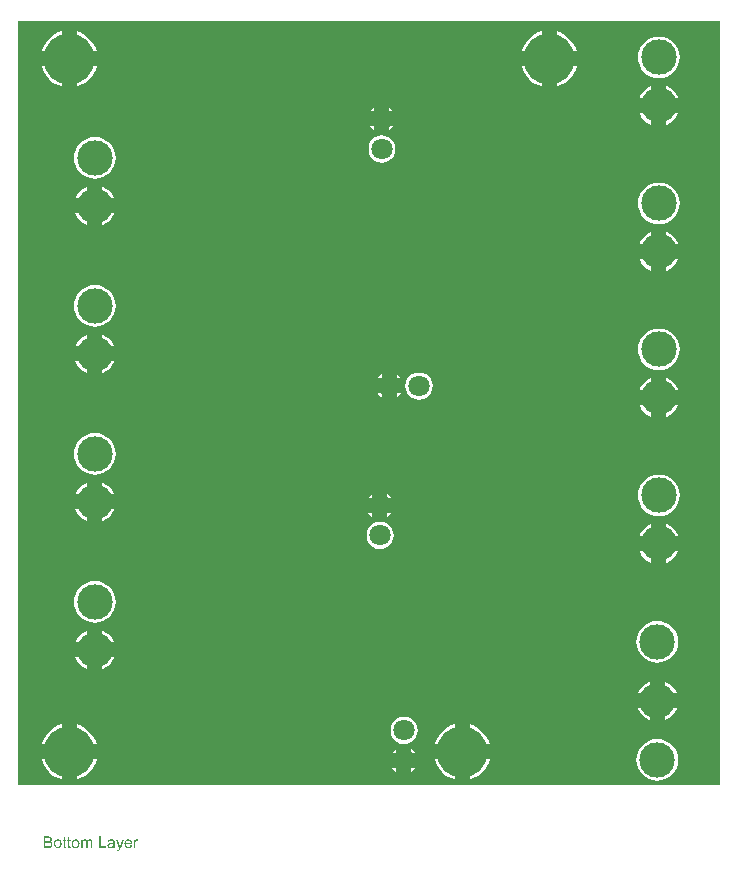
<source format=gbl>
G04*
G04 #@! TF.GenerationSoftware,Altium Limited,Altium Designer,19.0.10 (269)*
G04*
G04 Layer_Physical_Order=2*
G04 Layer_Color=16711680*
%FSLAX25Y25*%
%MOIN*%
G70*
G01*
G75*
%ADD12C,0.01000*%
%ADD36C,0.02000*%
%ADD37C,0.07087*%
%ADD38C,0.11811*%
%ADD39C,0.16929*%
%ADD40C,0.05000*%
G36*
X349500Y196500D02*
X115260Y196500D01*
X115260Y451240D01*
X349500Y451240D01*
X349500Y196500D01*
D02*
G37*
G36*
X155079Y178337D02*
X155102Y178334D01*
X155127Y178331D01*
X155154Y178325D01*
X155187Y178320D01*
X155223Y178312D01*
X155262Y178303D01*
X155343Y178276D01*
X155387Y178259D01*
X155431Y178237D01*
X155475Y178215D01*
X155523Y178187D01*
X155356Y177752D01*
X155354D01*
X155348Y177758D01*
X155340Y177760D01*
X155326Y177769D01*
X155312Y177774D01*
X155293Y177782D01*
X155248Y177802D01*
X155199Y177821D01*
X155140Y177835D01*
X155077Y177846D01*
X155013Y177852D01*
X154988D01*
X154957Y177846D01*
X154921Y177841D01*
X154880Y177830D01*
X154833Y177813D01*
X154786Y177788D01*
X154739Y177758D01*
X154733Y177752D01*
X154719Y177741D01*
X154697Y177719D01*
X154672Y177691D01*
X154642Y177655D01*
X154614Y177611D01*
X154586Y177558D01*
X154564Y177500D01*
Y177497D01*
X154561Y177489D01*
X154556Y177475D01*
X154553Y177456D01*
X154548Y177434D01*
X154539Y177406D01*
X154534Y177373D01*
X154525Y177339D01*
X154517Y177298D01*
X154512Y177256D01*
X154506Y177212D01*
X154498Y177165D01*
X154489Y177062D01*
X154487Y176952D01*
Y175500D01*
X154016D01*
Y178278D01*
X154439D01*
Y177852D01*
X154442Y177855D01*
X154448Y177866D01*
X154456Y177879D01*
X154467Y177899D01*
X154481Y177924D01*
X154498Y177952D01*
X154536Y178012D01*
X154584Y178076D01*
X154633Y178143D01*
X154658Y178170D01*
X154683Y178198D01*
X154711Y178223D01*
X154736Y178242D01*
X154739D01*
X154742Y178248D01*
X154750Y178251D01*
X154761Y178259D01*
X154789Y178273D01*
X154825Y178292D01*
X154872Y178309D01*
X154921Y178325D01*
X154977Y178337D01*
X155038Y178339D01*
X155063D01*
X155079Y178337D01*
D02*
G37*
G36*
X139407Y178337D02*
X139437D01*
X139471Y178331D01*
X139509Y178328D01*
X139553Y178320D01*
X139603Y178312D01*
X139653Y178298D01*
X139703Y178284D01*
X139756Y178264D01*
X139811Y178242D01*
X139861Y178217D01*
X139911Y178184D01*
X139958Y178151D01*
X140002Y178109D01*
X140005Y178107D01*
X140013Y178098D01*
X140024Y178084D01*
X140038Y178065D01*
X140055Y178043D01*
X140074Y178012D01*
X140094Y177976D01*
X140116Y177935D01*
X140135Y177888D01*
X140155Y177838D01*
X140174Y177780D01*
X140191Y177716D01*
X140207Y177647D01*
X140218Y177572D01*
X140224Y177492D01*
X140227Y177406D01*
Y175500D01*
X139756D01*
Y177248D01*
Y177251D01*
Y177262D01*
Y177276D01*
Y177295D01*
Y177317D01*
X139753Y177345D01*
X139750Y177406D01*
X139745Y177472D01*
X139736Y177539D01*
X139725Y177602D01*
X139717Y177630D01*
X139709Y177655D01*
Y177658D01*
X139706Y177661D01*
X139700Y177674D01*
X139689Y177699D01*
X139673Y177727D01*
X139648Y177758D01*
X139620Y177791D01*
X139584Y177824D01*
X139542Y177855D01*
X139537Y177857D01*
X139520Y177866D01*
X139495Y177879D01*
X139462Y177893D01*
X139421Y177907D01*
X139374Y177921D01*
X139318Y177929D01*
X139260Y177932D01*
X139232D01*
X139213Y177929D01*
X139188Y177927D01*
X139157Y177921D01*
X139124Y177915D01*
X139091Y177907D01*
X139052Y177896D01*
X139013Y177885D01*
X138975Y177868D01*
X138933Y177849D01*
X138891Y177827D01*
X138853Y177799D01*
X138814Y177771D01*
X138775Y177735D01*
X138772Y177733D01*
X138767Y177727D01*
X138759Y177716D01*
X138745Y177699D01*
X138731Y177677D01*
X138714Y177652D01*
X138698Y177622D01*
X138678Y177586D01*
X138662Y177544D01*
X138642Y177497D01*
X138626Y177447D01*
X138612Y177392D01*
X138598Y177328D01*
X138590Y177262D01*
X138584Y177190D01*
X138581Y177112D01*
Y175500D01*
X138110D01*
Y177303D01*
Y177306D01*
Y177317D01*
Y177334D01*
X138108Y177356D01*
Y177381D01*
X138105Y177411D01*
X138102Y177445D01*
X138096Y177480D01*
X138083Y177555D01*
X138060Y177633D01*
X138033Y177708D01*
X138013Y177744D01*
X137994Y177774D01*
Y177777D01*
X137988Y177780D01*
X137983Y177788D01*
X137972Y177799D01*
X137961Y177810D01*
X137944Y177824D01*
X137925Y177838D01*
X137905Y177855D01*
X137881Y177868D01*
X137853Y177882D01*
X137822Y177896D01*
X137786Y177907D01*
X137750Y177918D01*
X137709Y177927D01*
X137664Y177929D01*
X137617Y177932D01*
X137598D01*
X137584Y177929D01*
X137567D01*
X137545Y177927D01*
X137498Y177918D01*
X137443Y177907D01*
X137379Y177888D01*
X137315Y177863D01*
X137252Y177827D01*
X137249D01*
X137243Y177821D01*
X137235Y177816D01*
X137224Y177807D01*
X137194Y177782D01*
X137157Y177749D01*
X137116Y177705D01*
X137077Y177652D01*
X137038Y177591D01*
X137005Y177519D01*
Y177517D01*
X137002Y177511D01*
X137000Y177497D01*
X136994Y177483D01*
X136988Y177461D01*
X136980Y177436D01*
X136975Y177406D01*
X136969Y177373D01*
X136961Y177334D01*
X136955Y177289D01*
X136947Y177242D01*
X136941Y177190D01*
X136939Y177134D01*
X136933Y177073D01*
X136930Y177010D01*
Y176940D01*
Y175500D01*
X136460D01*
Y178278D01*
X136881D01*
Y177885D01*
X136883Y177888D01*
X136886Y177893D01*
X136894Y177904D01*
X136905Y177918D01*
X136916Y177938D01*
X136933Y177957D01*
X136972Y178004D01*
X137022Y178057D01*
X137083Y178109D01*
X137149Y178165D01*
X137227Y178215D01*
X137230Y178217D01*
X137238Y178220D01*
X137249Y178226D01*
X137266Y178234D01*
X137285Y178242D01*
X137310Y178253D01*
X137340Y178264D01*
X137371Y178278D01*
X137407Y178289D01*
X137443Y178300D01*
X137484Y178312D01*
X137529Y178320D01*
X137623Y178334D01*
X137673Y178339D01*
X137753D01*
X137775Y178337D01*
X137800D01*
X137831Y178334D01*
X137867Y178328D01*
X137903Y178323D01*
X137983Y178309D01*
X138066Y178284D01*
X138152Y178253D01*
X138191Y178231D01*
X138230Y178209D01*
X138232Y178206D01*
X138238Y178203D01*
X138249Y178195D01*
X138263Y178187D01*
X138277Y178173D01*
X138296Y178156D01*
X138338Y178118D01*
X138385Y178065D01*
X138429Y178004D01*
X138470Y177932D01*
X138506Y177852D01*
Y177855D01*
X138509Y177857D01*
X138523Y177874D01*
X138540Y177896D01*
X138567Y177929D01*
X138601Y177965D01*
X138639Y178007D01*
X138687Y178051D01*
X138739Y178095D01*
X138797Y178140D01*
X138864Y178184D01*
X138933Y178226D01*
X139011Y178264D01*
X139091Y178295D01*
X139180Y178317D01*
X139271Y178334D01*
X139318Y178339D01*
X139387D01*
X139407Y178337D01*
D02*
G37*
G36*
X149584Y175453D02*
X149581Y175447D01*
X149575Y175434D01*
X149567Y175409D01*
X149556Y175378D01*
X149542Y175342D01*
X149525Y175301D01*
X149506Y175253D01*
X149487Y175204D01*
X149445Y175098D01*
X149401Y174996D01*
X149379Y174946D01*
X149359Y174902D01*
X149340Y174860D01*
X149321Y174824D01*
Y174821D01*
X149315Y174813D01*
X149307Y174802D01*
X149298Y174785D01*
X149287Y174769D01*
X149274Y174747D01*
X149238Y174697D01*
X149196Y174641D01*
X149146Y174586D01*
X149091Y174530D01*
X149063Y174508D01*
X149032Y174486D01*
X149030D01*
X149024Y174481D01*
X149016Y174475D01*
X149005Y174470D01*
X148988Y174461D01*
X148969Y174450D01*
X148947Y174442D01*
X148922Y174431D01*
X148866Y174411D01*
X148800Y174392D01*
X148725Y174381D01*
X148645Y174375D01*
X148620D01*
X148592Y174378D01*
X148556Y174384D01*
X148512Y174389D01*
X148459Y174400D01*
X148404Y174414D01*
X148343Y174434D01*
X148290Y174877D01*
X148293D01*
X148296Y174874D01*
X148304D01*
X148315Y174871D01*
X148345Y174863D01*
X148381Y174855D01*
X148423Y174846D01*
X148467Y174841D01*
X148514Y174835D01*
X148559Y174832D01*
X148584D01*
X148614Y174835D01*
X148647Y174838D01*
X148689Y174846D01*
X148731Y174855D01*
X148769Y174868D01*
X148808Y174885D01*
X148814Y174888D01*
X148825Y174896D01*
X148841Y174907D01*
X148863Y174924D01*
X148888Y174943D01*
X148913Y174968D01*
X148938Y174999D01*
X148963Y175032D01*
X148966Y175035D01*
X148972Y175048D01*
X148977Y175057D01*
X148983Y175071D01*
X148988Y175084D01*
X148996Y175104D01*
X149008Y175123D01*
X149019Y175148D01*
X149030Y175179D01*
X149041Y175212D01*
X149055Y175248D01*
X149071Y175289D01*
X149088Y175334D01*
X149104Y175384D01*
Y175386D01*
X149107Y175392D01*
X149110Y175400D01*
X149116Y175411D01*
X149121Y175428D01*
X149129Y175447D01*
X149138Y175472D01*
X149149Y175497D01*
X148096Y178278D01*
X148598D01*
X149177Y176669D01*
Y176666D01*
X149182Y176655D01*
X149188Y176638D01*
X149196Y176616D01*
X149207Y176589D01*
X149218Y176555D01*
X149229Y176517D01*
X149246Y176475D01*
X149260Y176428D01*
X149276Y176378D01*
X149293Y176326D01*
X149310Y176270D01*
X149346Y176151D01*
X149379Y176026D01*
Y176029D01*
X149381Y176040D01*
X149387Y176057D01*
X149393Y176082D01*
X149401Y176109D01*
X149412Y176145D01*
X149423Y176184D01*
X149434Y176226D01*
X149448Y176273D01*
X149465Y176323D01*
X149498Y176428D01*
X149534Y176541D01*
X149575Y176658D01*
X150171Y178278D01*
X150639D01*
X149584Y175453D01*
D02*
G37*
G36*
X146648Y178337D02*
X146684Y178334D01*
X146722Y178331D01*
X146764Y178328D01*
X146855Y178317D01*
X146952Y178303D01*
X147046Y178281D01*
X147093Y178267D01*
X147135Y178253D01*
X147138D01*
X147146Y178251D01*
X147157Y178245D01*
X147171Y178240D01*
X147190Y178231D01*
X147210Y178220D01*
X147260Y178195D01*
X147312Y178165D01*
X147368Y178129D01*
X147418Y178090D01*
X147462Y178043D01*
Y178040D01*
X147467Y178037D01*
X147473Y178029D01*
X147478Y178021D01*
X147498Y177993D01*
X147520Y177954D01*
X147545Y177907D01*
X147567Y177855D01*
X147589Y177791D01*
X147609Y177722D01*
Y177716D01*
X147611Y177708D01*
Y177699D01*
X147614Y177685D01*
X147617Y177666D01*
X147620Y177647D01*
X147623Y177622D01*
Y177594D01*
X147625Y177564D01*
X147628Y177528D01*
X147631Y177489D01*
Y177445D01*
X147634Y177398D01*
Y177345D01*
Y177289D01*
Y176663D01*
Y176661D01*
Y176655D01*
Y176647D01*
Y176636D01*
Y176619D01*
Y176602D01*
Y176558D01*
Y176505D01*
X147636Y176447D01*
Y176381D01*
Y176314D01*
X147639Y176173D01*
X147642Y176104D01*
X147645Y176035D01*
X147648Y175974D01*
X147653Y175918D01*
X147656Y175871D01*
X147659Y175849D01*
X147661Y175832D01*
Y175830D01*
X147664Y175824D01*
Y175816D01*
X147667Y175802D01*
X147672Y175788D01*
X147675Y175769D01*
X147689Y175724D01*
X147706Y175674D01*
X147725Y175619D01*
X147753Y175561D01*
X147783Y175500D01*
X147293D01*
Y175503D01*
X147290Y175505D01*
X147285Y175514D01*
X147282Y175525D01*
X147274Y175539D01*
X147268Y175558D01*
X147251Y175597D01*
X147235Y175650D01*
X147218Y175708D01*
X147207Y175771D01*
X147196Y175844D01*
X147193Y175841D01*
X147185Y175832D01*
X147171Y175821D01*
X147152Y175807D01*
X147127Y175788D01*
X147099Y175769D01*
X147069Y175744D01*
X147035Y175719D01*
X146996Y175694D01*
X146958Y175669D01*
X146872Y175616D01*
X146783Y175566D01*
X146736Y175547D01*
X146692Y175528D01*
X146689D01*
X146681Y175525D01*
X146667Y175519D01*
X146650Y175514D01*
X146628Y175508D01*
X146600Y175500D01*
X146570Y175492D01*
X146537Y175483D01*
X146501Y175475D01*
X146459Y175467D01*
X146370Y175453D01*
X146276Y175442D01*
X146174Y175439D01*
X146154D01*
X146130Y175442D01*
X146099D01*
X146060Y175445D01*
X146016Y175450D01*
X145966Y175458D01*
X145914Y175467D01*
X145858Y175478D01*
X145803Y175495D01*
X145742Y175511D01*
X145684Y175533D01*
X145628Y175558D01*
X145570Y175589D01*
X145520Y175622D01*
X145470Y175661D01*
X145467Y175663D01*
X145459Y175672D01*
X145448Y175683D01*
X145431Y175702D01*
X145415Y175724D01*
X145393Y175749D01*
X145371Y175780D01*
X145348Y175816D01*
X145326Y175855D01*
X145304Y175899D01*
X145282Y175946D01*
X145265Y175996D01*
X145249Y176051D01*
X145238Y176107D01*
X145229Y176168D01*
X145227Y176231D01*
Y176234D01*
Y176240D01*
Y176251D01*
X145229Y176267D01*
Y176284D01*
X145232Y176306D01*
X145238Y176356D01*
X145249Y176411D01*
X145265Y176475D01*
X145287Y176539D01*
X145318Y176602D01*
Y176605D01*
X145324Y176611D01*
X145326Y176619D01*
X145334Y176630D01*
X145354Y176661D01*
X145382Y176699D01*
X145418Y176744D01*
X145459Y176788D01*
X145506Y176832D01*
X145559Y176874D01*
X145562D01*
X145567Y176880D01*
X145575Y176885D01*
X145587Y176891D01*
X145600Y176899D01*
X145617Y176910D01*
X145659Y176932D01*
X145709Y176957D01*
X145767Y176982D01*
X145830Y177007D01*
X145900Y177029D01*
X145902D01*
X145905Y177032D01*
X145914D01*
X145924Y177035D01*
X145941Y177037D01*
X145958Y177043D01*
X145980Y177046D01*
X146005Y177051D01*
X146033Y177057D01*
X146063Y177062D01*
X146096Y177068D01*
X146135Y177073D01*
X146177Y177079D01*
X146221Y177087D01*
X146268Y177093D01*
X146318Y177098D01*
X146323D01*
X146332Y177101D01*
X146343D01*
X146373Y177107D01*
X146412Y177109D01*
X146459Y177118D01*
X146512Y177126D01*
X146573Y177134D01*
X146636Y177145D01*
X146703Y177156D01*
X146772Y177167D01*
X146911Y177195D01*
X146980Y177212D01*
X147044Y177228D01*
X147102Y177245D01*
X147157Y177262D01*
Y177267D01*
Y177278D01*
Y177292D01*
X147160Y177312D01*
Y177353D01*
Y177370D01*
Y177384D01*
Y177386D01*
Y177398D01*
Y177411D01*
X147157Y177431D01*
Y177453D01*
X147152Y177480D01*
X147143Y177541D01*
X147127Y177608D01*
X147102Y177677D01*
X147088Y177708D01*
X147069Y177738D01*
X147049Y177763D01*
X147024Y177788D01*
X147021Y177791D01*
X147016Y177796D01*
X147005Y177802D01*
X146991Y177813D01*
X146972Y177824D01*
X146950Y177838D01*
X146922Y177855D01*
X146891Y177868D01*
X146855Y177882D01*
X146814Y177899D01*
X146772Y177913D01*
X146722Y177924D01*
X146670Y177935D01*
X146614Y177943D01*
X146553Y177946D01*
X146490Y177949D01*
X146459D01*
X146434Y177946D01*
X146406D01*
X146376Y177943D01*
X146340Y177938D01*
X146304Y177935D01*
X146224Y177921D01*
X146143Y177899D01*
X146066Y177868D01*
X146030Y177852D01*
X145999Y177830D01*
X145997D01*
X145994Y177824D01*
X145985Y177816D01*
X145974Y177807D01*
X145961Y177794D01*
X145947Y177777D01*
X145930Y177758D01*
X145911Y177735D01*
X145891Y177708D01*
X145872Y177677D01*
X145852Y177644D01*
X145836Y177608D01*
X145817Y177566D01*
X145797Y177522D01*
X145781Y177472D01*
X145767Y177420D01*
X145307Y177483D01*
Y177486D01*
X145310Y177497D01*
X145312Y177511D01*
X145318Y177533D01*
X145326Y177558D01*
X145334Y177586D01*
X145343Y177619D01*
X145357Y177652D01*
X145384Y177730D01*
X145420Y177807D01*
X145462Y177888D01*
X145512Y177960D01*
X145515Y177963D01*
X145517Y177968D01*
X145526Y177976D01*
X145539Y177990D01*
X145553Y178004D01*
X145573Y178024D01*
X145592Y178043D01*
X145617Y178062D01*
X145645Y178084D01*
X145678Y178109D01*
X145711Y178131D01*
X145747Y178154D01*
X145789Y178179D01*
X145830Y178201D01*
X145878Y178220D01*
X145927Y178240D01*
X145930D01*
X145938Y178245D01*
X145955Y178248D01*
X145974Y178256D01*
X146002Y178262D01*
X146033Y178270D01*
X146069Y178281D01*
X146107Y178289D01*
X146152Y178298D01*
X146202Y178309D01*
X146254Y178317D01*
X146310Y178323D01*
X146368Y178331D01*
X146429Y178334D01*
X146559Y178339D01*
X146617D01*
X146648Y178337D01*
D02*
G37*
G36*
X142955Y175952D02*
X144842D01*
Y175500D01*
X142448D01*
Y179334D01*
X142955D01*
Y175952D01*
D02*
G37*
G36*
X125507Y179331D02*
X125546D01*
X125587Y179328D01*
X125637Y179323D01*
X125687Y179320D01*
X125742Y179312D01*
X125801Y179306D01*
X125917Y179284D01*
X126033Y179253D01*
X126089Y179237D01*
X126138Y179215D01*
X126141D01*
X126149Y179209D01*
X126163Y179203D01*
X126183Y179192D01*
X126205Y179181D01*
X126230Y179165D01*
X126260Y179148D01*
X126291Y179126D01*
X126324Y179104D01*
X126357Y179076D01*
X126391Y179048D01*
X126426Y179015D01*
X126460Y178979D01*
X126493Y178943D01*
X126523Y178902D01*
X126554Y178857D01*
X126557Y178855D01*
X126559Y178846D01*
X126568Y178832D01*
X126579Y178816D01*
X126590Y178794D01*
X126601Y178766D01*
X126615Y178738D01*
X126631Y178705D01*
X126645Y178666D01*
X126659Y178627D01*
X126681Y178542D01*
X126701Y178447D01*
X126704Y178400D01*
X126706Y178350D01*
Y178348D01*
Y178339D01*
Y178325D01*
X126704Y178309D01*
Y178287D01*
X126698Y178262D01*
X126695Y178231D01*
X126690Y178201D01*
X126673Y178129D01*
X126648Y178051D01*
X126634Y178010D01*
X126615Y177971D01*
X126595Y177929D01*
X126571Y177888D01*
X126568Y177885D01*
X126565Y177879D01*
X126557Y177868D01*
X126546Y177852D01*
X126532Y177832D01*
X126515Y177813D01*
X126493Y177788D01*
X126471Y177763D01*
X126443Y177735D01*
X126415Y177708D01*
X126382Y177680D01*
X126346Y177649D01*
X126305Y177619D01*
X126263Y177591D01*
X126219Y177564D01*
X126169Y177539D01*
X126172D01*
X126186Y177533D01*
X126202Y177528D01*
X126227Y177519D01*
X126255Y177508D01*
X126288Y177494D01*
X126327Y177478D01*
X126366Y177456D01*
X126410Y177434D01*
X126454Y177409D01*
X126498Y177381D01*
X126543Y177348D01*
X126584Y177314D01*
X126629Y177276D01*
X126667Y177234D01*
X126704Y177190D01*
X126706Y177187D01*
X126712Y177179D01*
X126720Y177165D01*
X126734Y177145D01*
X126748Y177123D01*
X126765Y177095D01*
X126781Y177062D01*
X126798Y177026D01*
X126814Y176985D01*
X126834Y176940D01*
X126848Y176893D01*
X126861Y176841D01*
X126875Y176788D01*
X126884Y176730D01*
X126889Y176672D01*
X126892Y176611D01*
Y176608D01*
Y176600D01*
Y176583D01*
X126889Y176564D01*
Y176541D01*
X126886Y176514D01*
X126884Y176481D01*
X126878Y176447D01*
X126864Y176370D01*
X126842Y176284D01*
X126814Y176195D01*
X126776Y176107D01*
Y176104D01*
X126770Y176096D01*
X126765Y176084D01*
X126756Y176068D01*
X126745Y176049D01*
X126731Y176026D01*
X126698Y175976D01*
X126656Y175918D01*
X126609Y175860D01*
X126557Y175802D01*
X126496Y175752D01*
X126493D01*
X126488Y175747D01*
X126479Y175741D01*
X126465Y175733D01*
X126449Y175722D01*
X126429Y175710D01*
X126407Y175697D01*
X126382Y175683D01*
X126352Y175666D01*
X126321Y175652D01*
X126249Y175619D01*
X126169Y175591D01*
X126077Y175564D01*
X126075D01*
X126066Y175561D01*
X126053Y175558D01*
X126033Y175553D01*
X126008Y175550D01*
X125978Y175544D01*
X125944Y175539D01*
X125906Y175533D01*
X125864Y175525D01*
X125817Y175519D01*
X125765Y175514D01*
X125712Y175511D01*
X125654Y175505D01*
X125593Y175503D01*
X125526Y175500D01*
X124000D01*
Y179334D01*
X125476D01*
X125507Y179331D01*
D02*
G37*
G36*
X132554Y178278D02*
X133022D01*
Y177913D01*
X132554D01*
Y176287D01*
Y176284D01*
Y176278D01*
Y176267D01*
Y176253D01*
Y176220D01*
X132556Y176179D01*
X132559Y176137D01*
X132562Y176093D01*
X132568Y176057D01*
X132573Y176043D01*
X132576Y176029D01*
Y176026D01*
X132581Y176021D01*
X132587Y176010D01*
X132595Y175996D01*
X132620Y175965D01*
X132637Y175952D01*
X132656Y175938D01*
X132659D01*
X132667Y175932D01*
X132678Y175927D01*
X132698Y175921D01*
X132720Y175916D01*
X132748Y175910D01*
X132781Y175907D01*
X132817Y175904D01*
X132847D01*
X132872Y175907D01*
X132900D01*
X132936Y175913D01*
X132978Y175916D01*
X133022Y175921D01*
X133091Y175505D01*
X133088D01*
X133083Y175503D01*
X133072D01*
X133058Y175500D01*
X133041Y175497D01*
X133019Y175492D01*
X132972Y175486D01*
X132917Y175478D01*
X132856Y175470D01*
X132795Y175467D01*
X132734Y175464D01*
X132692D01*
X132670Y175467D01*
X132645Y175470D01*
X132590Y175475D01*
X132526Y175483D01*
X132460Y175497D01*
X132396Y175517D01*
X132338Y175544D01*
X132335D01*
X132332Y175547D01*
X132316Y175558D01*
X132291Y175578D01*
X132260Y175600D01*
X132227Y175630D01*
X132194Y175666D01*
X132163Y175708D01*
X132138Y175755D01*
Y175758D01*
X132135Y175760D01*
X132133Y175769D01*
X132130Y175783D01*
X132124Y175799D01*
X132122Y175819D01*
X132116Y175844D01*
X132111Y175874D01*
X132105Y175910D01*
X132099Y175949D01*
X132097Y175996D01*
X132091Y176046D01*
X132088Y176104D01*
X132086Y176165D01*
X132083Y176237D01*
Y176312D01*
Y177913D01*
X131734D01*
Y178278D01*
X132083D01*
Y178965D01*
X132554Y179248D01*
Y178278D01*
D02*
G37*
G36*
X131066D02*
X131534D01*
Y177913D01*
X131066D01*
Y176287D01*
Y176284D01*
Y176278D01*
Y176267D01*
Y176253D01*
Y176220D01*
X131069Y176179D01*
X131072Y176137D01*
X131075Y176093D01*
X131080Y176057D01*
X131086Y176043D01*
X131088Y176029D01*
Y176026D01*
X131094Y176021D01*
X131099Y176010D01*
X131108Y175996D01*
X131133Y175965D01*
X131149Y175952D01*
X131169Y175938D01*
X131172D01*
X131180Y175932D01*
X131191Y175927D01*
X131210Y175921D01*
X131233Y175916D01*
X131260Y175910D01*
X131293Y175907D01*
X131329Y175904D01*
X131360D01*
X131385Y175907D01*
X131412D01*
X131448Y175913D01*
X131490Y175916D01*
X131534Y175921D01*
X131604Y175505D01*
X131601D01*
X131595Y175503D01*
X131584D01*
X131570Y175500D01*
X131554Y175497D01*
X131532Y175492D01*
X131484Y175486D01*
X131429Y175478D01*
X131368Y175470D01*
X131307Y175467D01*
X131246Y175464D01*
X131205D01*
X131183Y175467D01*
X131158Y175470D01*
X131102Y175475D01*
X131039Y175483D01*
X130972Y175497D01*
X130908Y175517D01*
X130850Y175544D01*
X130847D01*
X130845Y175547D01*
X130828Y175558D01*
X130803Y175578D01*
X130773Y175600D01*
X130739Y175630D01*
X130706Y175666D01*
X130676Y175708D01*
X130651Y175755D01*
Y175758D01*
X130648Y175760D01*
X130645Y175769D01*
X130642Y175783D01*
X130637Y175799D01*
X130634Y175819D01*
X130629Y175844D01*
X130623Y175874D01*
X130617Y175910D01*
X130612Y175949D01*
X130609Y175996D01*
X130604Y176046D01*
X130601Y176104D01*
X130598Y176165D01*
X130595Y176237D01*
Y176312D01*
Y177913D01*
X130246D01*
Y178278D01*
X130595D01*
Y178965D01*
X131066Y179248D01*
Y178278D01*
D02*
G37*
G36*
X152235Y178337D02*
X152273Y178334D01*
X152323Y178328D01*
X152376Y178320D01*
X152437Y178309D01*
X152503Y178292D01*
X152575Y178273D01*
X152647Y178248D01*
X152725Y178217D01*
X152800Y178179D01*
X152877Y178137D01*
X152949Y178084D01*
X153021Y178026D01*
X153091Y177960D01*
X153093Y177954D01*
X153107Y177943D01*
X153124Y177921D01*
X153146Y177891D01*
X153174Y177852D01*
X153204Y177805D01*
X153235Y177749D01*
X153268Y177685D01*
X153301Y177613D01*
X153334Y177533D01*
X153362Y177445D01*
X153390Y177350D01*
X153412Y177248D01*
X153431Y177137D01*
X153442Y177018D01*
X153445Y176893D01*
Y176891D01*
Y176885D01*
Y176877D01*
Y176863D01*
Y176844D01*
Y176824D01*
X153442Y176799D01*
Y176769D01*
X151370Y176769D01*
Y176763D01*
X151373Y176749D01*
Y176724D01*
X151379Y176694D01*
X151384Y176655D01*
X151390Y176611D01*
X151401Y176564D01*
X151412Y176511D01*
X151426Y176453D01*
X151445Y176398D01*
X151465Y176339D01*
X151489Y176281D01*
X151517Y176223D01*
X151550Y176168D01*
X151586Y176115D01*
X151628Y176068D01*
X151631Y176065D01*
X151639Y176057D01*
X151653Y176046D01*
X151670Y176029D01*
X151692Y176012D01*
X151719Y175993D01*
X151753Y175971D01*
X151789Y175949D01*
X151827Y175924D01*
X151872Y175904D01*
X151919Y175882D01*
X151971Y175866D01*
X152027Y175849D01*
X152085Y175838D01*
X152146Y175830D01*
X152210Y175827D01*
X152235D01*
X152254Y175830D01*
X152276Y175832D01*
X152301Y175835D01*
X152332Y175838D01*
X152362Y175844D01*
X152431Y175860D01*
X152506Y175885D01*
X152545Y175899D01*
X152581Y175918D01*
X152617Y175938D01*
X152653Y175963D01*
X152656Y175965D01*
X152661Y175968D01*
X152670Y175976D01*
X152683Y175988D01*
X152700Y176004D01*
X152717Y176021D01*
X152736Y176043D01*
X152758Y176068D01*
X152780Y176098D01*
X152805Y176129D01*
X152827Y176165D01*
X152852Y176204D01*
X152877Y176248D01*
X152899Y176295D01*
X152922Y176345D01*
X152944Y176400D01*
X153428Y176337D01*
Y176331D01*
X153423Y176317D01*
X153415Y176295D01*
X153406Y176267D01*
X153393Y176231D01*
X153376Y176190D01*
X153357Y176143D01*
X153331Y176093D01*
X153304Y176043D01*
X153273Y175988D01*
X153237Y175932D01*
X153199Y175877D01*
X153157Y175824D01*
X153110Y175771D01*
X153057Y175722D01*
X153002Y175674D01*
X152999Y175672D01*
X152988Y175663D01*
X152971Y175652D01*
X152946Y175638D01*
X152916Y175619D01*
X152877Y175600D01*
X152836Y175578D01*
X152786Y175558D01*
X152730Y175536D01*
X152672Y175514D01*
X152606Y175495D01*
X152536Y175475D01*
X152462Y175461D01*
X152381Y175450D01*
X152296Y175442D01*
X152207Y175439D01*
X152179D01*
X152165Y175442D01*
X152149D01*
X152107Y175445D01*
X152055Y175450D01*
X151996Y175458D01*
X151930Y175470D01*
X151858Y175486D01*
X151783Y175505D01*
X151703Y175531D01*
X151622Y175561D01*
X151542Y175597D01*
X151462Y175638D01*
X151384Y175688D01*
X151309Y175747D01*
X151240Y175813D01*
X151237Y175819D01*
X151226Y175830D01*
X151207Y175852D01*
X151185Y175882D01*
X151157Y175921D01*
X151129Y175968D01*
X151096Y176021D01*
X151063Y176084D01*
X151030Y176156D01*
X150999Y176234D01*
X150969Y176320D01*
X150941Y176414D01*
X150919Y176517D01*
X150902Y176625D01*
X150888Y176741D01*
X150886Y176866D01*
Y176868D01*
Y176874D01*
Y176882D01*
Y176896D01*
X150888Y176913D01*
Y176932D01*
Y176954D01*
X150891Y176982D01*
X150897Y177040D01*
X150905Y177107D01*
X150916Y177181D01*
X150930Y177264D01*
X150949Y177348D01*
X150974Y177436D01*
X151002Y177528D01*
X151038Y177619D01*
X151079Y177708D01*
X151127Y177794D01*
X151182Y177877D01*
X151246Y177951D01*
X151251Y177957D01*
X151262Y177968D01*
X151282Y177988D01*
X151312Y178012D01*
X151348Y178043D01*
X151390Y178073D01*
X151440Y178109D01*
X151498Y178145D01*
X151561Y178181D01*
X151634Y178217D01*
X151708Y178251D01*
X151791Y178278D01*
X151883Y178303D01*
X151977Y178323D01*
X152077Y178334D01*
X152182Y178339D01*
X152207D01*
X152235Y178337D01*
D02*
G37*
G36*
X134662D02*
X134701Y178334D01*
X134750Y178328D01*
X134806Y178320D01*
X134870Y178309D01*
X134939Y178292D01*
X135011Y178273D01*
X135088Y178248D01*
X135166Y178217D01*
X135243Y178181D01*
X135321Y178137D01*
X135399Y178087D01*
X135473Y178029D01*
X135543Y177963D01*
X135548Y177957D01*
X135559Y177946D01*
X135576Y177924D01*
X135601Y177893D01*
X135628Y177855D01*
X135659Y177810D01*
X135692Y177755D01*
X135725Y177694D01*
X135759Y177622D01*
X135792Y177544D01*
X135822Y177461D01*
X135850Y177367D01*
X135875Y177267D01*
X135892Y177162D01*
X135906Y177048D01*
X135908Y176927D01*
Y176924D01*
Y176921D01*
Y176913D01*
Y176904D01*
Y176874D01*
X135906Y176838D01*
X135903Y176794D01*
X135900Y176741D01*
X135894Y176683D01*
X135889Y176622D01*
X135880Y176555D01*
X135870Y176486D01*
X135856Y176417D01*
X135839Y176345D01*
X135820Y176276D01*
X135800Y176209D01*
X135773Y176145D01*
X135745Y176084D01*
X135742Y176082D01*
X135737Y176071D01*
X135728Y176054D01*
X135714Y176035D01*
X135698Y176007D01*
X135678Y175979D01*
X135653Y175946D01*
X135626Y175910D01*
X135595Y175871D01*
X135559Y175832D01*
X135520Y175794D01*
X135479Y175755D01*
X135435Y175716D01*
X135385Y175677D01*
X135332Y175641D01*
X135277Y175608D01*
X135274Y175605D01*
X135263Y175600D01*
X135246Y175591D01*
X135224Y175583D01*
X135194Y175569D01*
X135160Y175555D01*
X135122Y175539D01*
X135080Y175525D01*
X135030Y175508D01*
X134980Y175492D01*
X134925Y175478D01*
X134867Y175467D01*
X134803Y175456D01*
X134739Y175447D01*
X134676Y175442D01*
X134606Y175439D01*
X134581D01*
X134568Y175442D01*
X134551D01*
X134509Y175445D01*
X134459Y175450D01*
X134404Y175458D01*
X134340Y175470D01*
X134271Y175486D01*
X134196Y175505D01*
X134122Y175531D01*
X134041Y175561D01*
X133964Y175597D01*
X133886Y175638D01*
X133809Y175688D01*
X133734Y175744D01*
X133665Y175810D01*
X133662Y175816D01*
X133648Y175827D01*
X133631Y175849D01*
X133609Y175880D01*
X133581Y175918D01*
X133551Y175965D01*
X133520Y176021D01*
X133487Y176084D01*
X133454Y176156D01*
X133421Y176237D01*
X133390Y176326D01*
X133363Y176422D01*
X133340Y176528D01*
X133324Y176638D01*
X133310Y176760D01*
X133307Y176888D01*
Y176891D01*
Y176896D01*
Y176907D01*
Y176921D01*
X133310Y176940D01*
Y176963D01*
X133313Y176988D01*
Y177015D01*
X133316Y177046D01*
X133321Y177079D01*
X133329Y177151D01*
X133343Y177231D01*
X133360Y177320D01*
X133382Y177411D01*
X133413Y177506D01*
X133446Y177600D01*
X133487Y177694D01*
X133537Y177785D01*
X133592Y177874D01*
X133659Y177954D01*
X133734Y178029D01*
X133739Y178032D01*
X133750Y178043D01*
X133770Y178057D01*
X133798Y178079D01*
X133834Y178101D01*
X133875Y178126D01*
X133922Y178156D01*
X133977Y178184D01*
X134038Y178212D01*
X134105Y178242D01*
X134177Y178267D01*
X134255Y178292D01*
X134335Y178312D01*
X134421Y178325D01*
X134512Y178337D01*
X134606Y178339D01*
X134645D01*
X134662Y178337D01*
D02*
G37*
G36*
X128709D02*
X128748Y178334D01*
X128798Y178328D01*
X128853Y178320D01*
X128917Y178309D01*
X128986Y178292D01*
X129058Y178273D01*
X129136Y178248D01*
X129213Y178217D01*
X129291Y178181D01*
X129368Y178137D01*
X129446Y178087D01*
X129521Y178029D01*
X129590Y177963D01*
X129595Y177957D01*
X129606Y177946D01*
X129623Y177924D01*
X129648Y177893D01*
X129676Y177855D01*
X129706Y177810D01*
X129739Y177755D01*
X129773Y177694D01*
X129806Y177622D01*
X129839Y177544D01*
X129870Y177461D01*
X129897Y177367D01*
X129922Y177267D01*
X129939Y177162D01*
X129953Y177048D01*
X129955Y176927D01*
Y176924D01*
Y176921D01*
Y176913D01*
Y176904D01*
Y176874D01*
X129953Y176838D01*
X129950Y176794D01*
X129947Y176741D01*
X129942Y176683D01*
X129936Y176622D01*
X129928Y176555D01*
X129917Y176486D01*
X129903Y176417D01*
X129886Y176345D01*
X129867Y176276D01*
X129848Y176209D01*
X129820Y176145D01*
X129792Y176084D01*
X129789Y176082D01*
X129784Y176071D01*
X129776Y176054D01*
X129762Y176035D01*
X129745Y176007D01*
X129726Y175979D01*
X129701Y175946D01*
X129673Y175910D01*
X129642Y175871D01*
X129606Y175832D01*
X129568Y175794D01*
X129526Y175755D01*
X129482Y175716D01*
X129432Y175677D01*
X129379Y175641D01*
X129324Y175608D01*
X129321Y175605D01*
X129310Y175600D01*
X129294Y175591D01*
X129271Y175583D01*
X129241Y175569D01*
X129208Y175555D01*
X129169Y175539D01*
X129127Y175525D01*
X129077Y175508D01*
X129027Y175492D01*
X128972Y175478D01*
X128914Y175467D01*
X128850Y175456D01*
X128787Y175447D01*
X128723Y175442D01*
X128654Y175439D01*
X128629D01*
X128615Y175442D01*
X128598D01*
X128557Y175445D01*
X128507Y175450D01*
X128451Y175458D01*
X128388Y175470D01*
X128318Y175486D01*
X128244Y175505D01*
X128169Y175531D01*
X128088Y175561D01*
X128011Y175597D01*
X127933Y175638D01*
X127856Y175688D01*
X127781Y175744D01*
X127712Y175810D01*
X127709Y175816D01*
X127695Y175827D01*
X127679Y175849D01*
X127656Y175880D01*
X127629Y175918D01*
X127598Y175965D01*
X127568Y176021D01*
X127534Y176084D01*
X127501Y176156D01*
X127468Y176237D01*
X127438Y176326D01*
X127410Y176422D01*
X127388Y176528D01*
X127371Y176638D01*
X127357Y176760D01*
X127355Y176888D01*
Y176891D01*
Y176896D01*
Y176907D01*
Y176921D01*
X127357Y176940D01*
Y176963D01*
X127360Y176988D01*
Y177015D01*
X127363Y177046D01*
X127368Y177079D01*
X127377Y177151D01*
X127391Y177231D01*
X127407Y177320D01*
X127429Y177411D01*
X127460Y177506D01*
X127493Y177600D01*
X127534Y177694D01*
X127584Y177785D01*
X127640Y177874D01*
X127706Y177954D01*
X127781Y178029D01*
X127787Y178032D01*
X127798Y178043D01*
X127817Y178057D01*
X127845Y178079D01*
X127881Y178101D01*
X127922Y178126D01*
X127969Y178156D01*
X128025Y178184D01*
X128086Y178212D01*
X128152Y178242D01*
X128224Y178267D01*
X128302Y178292D01*
X128382Y178312D01*
X128468Y178325D01*
X128559Y178337D01*
X128654Y178339D01*
X128692D01*
X128709Y178337D01*
D02*
G37*
%LPC*%
G36*
X295000Y447632D02*
Y441000D01*
X301632D01*
X301286Y442139D01*
X300408Y443784D01*
X299225Y445225D01*
X297784Y446408D01*
X296139Y447286D01*
X295000Y447632D01*
D02*
G37*
G36*
X290000D02*
X288861Y447286D01*
X287216Y446408D01*
X285775Y445225D01*
X284592Y443784D01*
X283714Y442139D01*
X283368Y441000D01*
X290000D01*
Y447632D01*
D02*
G37*
G36*
X135000D02*
Y441000D01*
X141632D01*
X141286Y442139D01*
X140408Y443784D01*
X139225Y445225D01*
X137784Y446408D01*
X136140Y447286D01*
X135000Y447632D01*
D02*
G37*
G36*
X130000D02*
X128860Y447286D01*
X127216Y446408D01*
X125775Y445225D01*
X124592Y443784D01*
X123714Y442139D01*
X123368Y441000D01*
X130000D01*
Y447632D01*
D02*
G37*
G36*
X329000Y445939D02*
X327646Y445806D01*
X326345Y445411D01*
X325145Y444769D01*
X324093Y443906D01*
X323231Y442855D01*
X322589Y441655D01*
X322194Y440354D01*
X322061Y439000D01*
X322194Y437646D01*
X322589Y436345D01*
X323231Y435145D01*
X324093Y434093D01*
X325145Y433230D01*
X326345Y432589D01*
X327646Y432194D01*
X329000Y432061D01*
X330354Y432194D01*
X331655Y432589D01*
X332855Y433230D01*
X333907Y434093D01*
X334770Y435145D01*
X335411Y436345D01*
X335806Y437646D01*
X335939Y439000D01*
X335806Y440354D01*
X335411Y441655D01*
X334770Y442855D01*
X333907Y443906D01*
X332855Y444769D01*
X331655Y445411D01*
X330354Y445806D01*
X329000Y445939D01*
D02*
G37*
G36*
X301632Y436000D02*
X295000D01*
Y429368D01*
X296139Y429714D01*
X297784Y430592D01*
X299225Y431775D01*
X300408Y433216D01*
X301286Y434861D01*
X301632Y436000D01*
D02*
G37*
G36*
X290000D02*
X283368D01*
X283714Y434861D01*
X284592Y433216D01*
X285775Y431775D01*
X287216Y430592D01*
X288861Y429714D01*
X290000Y429368D01*
Y436000D01*
D02*
G37*
G36*
X141632D02*
X135000D01*
Y429368D01*
X136140Y429714D01*
X137784Y430592D01*
X139225Y431775D01*
X140408Y433216D01*
X141286Y434861D01*
X141632Y436000D01*
D02*
G37*
G36*
X130000D02*
X123368D01*
X123714Y434861D01*
X124592Y433216D01*
X125775Y431775D01*
X127216Y430592D01*
X128860Y429714D01*
X130000Y429368D01*
Y436000D01*
D02*
G37*
G36*
X331500Y429458D02*
Y425500D01*
X335458D01*
X335411Y425655D01*
X334770Y426855D01*
X333907Y427907D01*
X332855Y428769D01*
X331655Y429411D01*
X331500Y429458D01*
D02*
G37*
G36*
X326500Y429458D02*
X326345Y429411D01*
X325145Y428769D01*
X324093Y427907D01*
X323231Y426855D01*
X322589Y425655D01*
X322542Y425500D01*
X326500D01*
Y429458D01*
D02*
G37*
G36*
X239105Y422308D02*
Y421000D01*
X240414D01*
X239845Y421740D01*
X239105Y422308D01*
D02*
G37*
G36*
X234105Y422308D02*
X233365Y421740D01*
X232797Y421000D01*
X234105D01*
Y422308D01*
D02*
G37*
G36*
X326500Y420500D02*
X322542D01*
X322589Y420345D01*
X323231Y419145D01*
X324093Y418093D01*
X325145Y417231D01*
X326345Y416589D01*
X326500Y416542D01*
Y420500D01*
D02*
G37*
G36*
X335458D02*
X331500D01*
Y416542D01*
X331655Y416589D01*
X332855Y417231D01*
X333907Y418093D01*
X334770Y419145D01*
X335411Y420345D01*
X335458Y420500D01*
D02*
G37*
G36*
X234105Y416000D02*
X232797D01*
X233365Y415260D01*
X234105Y414692D01*
Y416000D01*
D02*
G37*
G36*
X240414D02*
X239105D01*
Y414692D01*
X239845Y415260D01*
X240414Y416000D01*
D02*
G37*
G36*
X236605Y413083D02*
X235419Y412926D01*
X234314Y412469D01*
X233365Y411740D01*
X232637Y410791D01*
X232179Y409686D01*
X232023Y408500D01*
X232179Y407314D01*
X232637Y406209D01*
X233365Y405260D01*
X234314Y404531D01*
X235419Y404074D01*
X236605Y403918D01*
X237791Y404074D01*
X238896Y404531D01*
X239845Y405260D01*
X240574Y406209D01*
X241032Y407314D01*
X241188Y408500D01*
X241032Y409686D01*
X240574Y410791D01*
X239845Y411740D01*
X238896Y412469D01*
X237791Y412926D01*
X236605Y413083D01*
D02*
G37*
G36*
X141000Y412439D02*
X139646Y412306D01*
X138345Y411911D01*
X137145Y411270D01*
X136093Y410406D01*
X135231Y409355D01*
X134589Y408155D01*
X134194Y406854D01*
X134061Y405500D01*
X134194Y404146D01*
X134589Y402845D01*
X135231Y401645D01*
X136093Y400593D01*
X137145Y399730D01*
X138345Y399089D01*
X139646Y398694D01*
X141000Y398561D01*
X142354Y398694D01*
X143655Y399089D01*
X144855Y399730D01*
X145907Y400593D01*
X146769Y401645D01*
X147411Y402845D01*
X147806Y404146D01*
X147939Y405500D01*
X147806Y406854D01*
X147411Y408155D01*
X146769Y409355D01*
X145907Y410406D01*
X144855Y411270D01*
X143655Y411911D01*
X142354Y412306D01*
X141000Y412439D01*
D02*
G37*
G36*
X143500Y395958D02*
Y392000D01*
X147458D01*
X147411Y392155D01*
X146769Y393355D01*
X145907Y394407D01*
X144855Y395269D01*
X143655Y395911D01*
X143500Y395958D01*
D02*
G37*
G36*
X138500Y395958D02*
X138345Y395911D01*
X137145Y395269D01*
X136093Y394407D01*
X135231Y393355D01*
X134589Y392155D01*
X134542Y392000D01*
X138500D01*
Y395958D01*
D02*
G37*
G36*
X329000Y397272D02*
X327646Y397139D01*
X326345Y396744D01*
X325145Y396103D01*
X324093Y395240D01*
X323231Y394188D01*
X322589Y392989D01*
X322194Y391687D01*
X322061Y390333D01*
X322194Y388980D01*
X322589Y387678D01*
X323231Y386478D01*
X324093Y385427D01*
X325145Y384564D01*
X326345Y383923D01*
X327646Y383528D01*
X329000Y383394D01*
X330354Y383528D01*
X331655Y383923D01*
X332855Y384564D01*
X333907Y385427D01*
X334770Y386478D01*
X335411Y387678D01*
X335806Y388980D01*
X335939Y390333D01*
X335806Y391687D01*
X335411Y392989D01*
X334770Y394188D01*
X333907Y395240D01*
X332855Y396103D01*
X331655Y396744D01*
X330354Y397139D01*
X329000Y397272D01*
D02*
G37*
G36*
X147458Y387000D02*
X143500D01*
Y383042D01*
X143655Y383089D01*
X144855Y383731D01*
X145907Y384593D01*
X146769Y385645D01*
X147411Y386845D01*
X147458Y387000D01*
D02*
G37*
G36*
X138500D02*
X134542D01*
X134589Y386845D01*
X135231Y385645D01*
X136093Y384593D01*
X137145Y383731D01*
X138345Y383089D01*
X138500Y383042D01*
Y387000D01*
D02*
G37*
G36*
X331500Y380791D02*
Y376833D01*
X335458D01*
X335411Y376989D01*
X334770Y378188D01*
X333907Y379240D01*
X332855Y380103D01*
X331655Y380744D01*
X331500Y380791D01*
D02*
G37*
G36*
X326500D02*
X326345Y380744D01*
X325145Y380103D01*
X324093Y379240D01*
X323231Y378188D01*
X322589Y376989D01*
X322542Y376833D01*
X326500D01*
Y380791D01*
D02*
G37*
G36*
X335458Y371833D02*
X331500D01*
Y367876D01*
X331655Y367923D01*
X332855Y368564D01*
X333907Y369427D01*
X334770Y370478D01*
X335411Y371678D01*
X335458Y371833D01*
D02*
G37*
G36*
X326500D02*
X322542D01*
X322589Y371678D01*
X323231Y370478D01*
X324093Y369427D01*
X325145Y368564D01*
X326345Y367923D01*
X326500Y367876D01*
Y371833D01*
D02*
G37*
G36*
X141000Y363106D02*
X139646Y362972D01*
X138345Y362577D01*
X137145Y361936D01*
X136093Y361073D01*
X135231Y360022D01*
X134589Y358822D01*
X134194Y357520D01*
X134061Y356167D01*
X134194Y354813D01*
X134589Y353511D01*
X135231Y352312D01*
X136093Y351260D01*
X137145Y350397D01*
X138345Y349756D01*
X139646Y349361D01*
X141000Y349228D01*
X142354Y349361D01*
X143655Y349756D01*
X144855Y350397D01*
X145907Y351260D01*
X146769Y352312D01*
X147411Y353511D01*
X147806Y354813D01*
X147939Y356167D01*
X147806Y357520D01*
X147411Y358822D01*
X146769Y360022D01*
X145907Y361073D01*
X144855Y361936D01*
X143655Y362577D01*
X142354Y362972D01*
X141000Y363106D01*
D02*
G37*
G36*
X143500Y346624D02*
Y342667D01*
X147458D01*
X147411Y342822D01*
X146769Y344022D01*
X145907Y345073D01*
X144855Y345936D01*
X143655Y346577D01*
X143500Y346624D01*
D02*
G37*
G36*
X138500Y346624D02*
X138345Y346577D01*
X137145Y345936D01*
X136093Y345073D01*
X135231Y344022D01*
X134589Y342822D01*
X134542Y342667D01*
X138500D01*
Y346624D01*
D02*
G37*
G36*
X329000Y348606D02*
X327646Y348472D01*
X326345Y348077D01*
X325145Y347436D01*
X324093Y346573D01*
X323231Y345522D01*
X322589Y344322D01*
X322194Y343020D01*
X322061Y341667D01*
X322194Y340313D01*
X322589Y339011D01*
X323231Y337812D01*
X324093Y336760D01*
X325145Y335897D01*
X326345Y335256D01*
X327646Y334861D01*
X329000Y334728D01*
X330354Y334861D01*
X331655Y335256D01*
X332855Y335897D01*
X333907Y336760D01*
X334770Y337812D01*
X335411Y339011D01*
X335806Y340313D01*
X335939Y341667D01*
X335806Y343020D01*
X335411Y344322D01*
X334770Y345522D01*
X333907Y346573D01*
X332855Y347436D01*
X331655Y348077D01*
X330354Y348472D01*
X329000Y348606D01*
D02*
G37*
G36*
X138500Y337667D02*
X134542D01*
X134589Y337511D01*
X135231Y336312D01*
X136093Y335260D01*
X137145Y334397D01*
X138345Y333756D01*
X138500Y333709D01*
Y337667D01*
D02*
G37*
G36*
X147458D02*
X143500D01*
Y333709D01*
X143655Y333756D01*
X144855Y334397D01*
X145907Y335260D01*
X146769Y336312D01*
X147411Y337511D01*
X147458Y337667D01*
D02*
G37*
G36*
X241605Y333308D02*
Y332000D01*
X242914D01*
X242345Y332740D01*
X241605Y333308D01*
D02*
G37*
G36*
X236605Y333308D02*
X235865Y332740D01*
X235297Y332000D01*
X236605D01*
Y333308D01*
D02*
G37*
G36*
X331500Y332124D02*
Y328167D01*
X335458D01*
X335411Y328322D01*
X334770Y329522D01*
X333907Y330573D01*
X332855Y331436D01*
X331655Y332077D01*
X331500Y332124D01*
D02*
G37*
G36*
X326500D02*
X326345Y332077D01*
X325145Y331436D01*
X324093Y330573D01*
X323231Y329522D01*
X322589Y328322D01*
X322542Y328167D01*
X326500D01*
Y332124D01*
D02*
G37*
G36*
X236605Y327000D02*
X235297D01*
X235865Y326260D01*
X236605Y325692D01*
Y327000D01*
D02*
G37*
G36*
X242914D02*
X241605D01*
Y325692D01*
X242345Y326260D01*
X242914Y327000D01*
D02*
G37*
G36*
X249105Y334083D02*
X247919Y333926D01*
X246814Y333469D01*
X245865Y332740D01*
X245137Y331791D01*
X244679Y330686D01*
X244523Y329500D01*
X244679Y328314D01*
X245137Y327209D01*
X245865Y326260D01*
X246814Y325531D01*
X247919Y325074D01*
X249105Y324918D01*
X250291Y325074D01*
X251396Y325531D01*
X252345Y326260D01*
X253074Y327209D01*
X253532Y328314D01*
X253688Y329500D01*
X253532Y330686D01*
X253074Y331791D01*
X252345Y332740D01*
X251396Y333469D01*
X250291Y333926D01*
X249105Y334083D01*
D02*
G37*
G36*
X335458Y323167D02*
X331500D01*
Y319209D01*
X331655Y319256D01*
X332855Y319897D01*
X333907Y320760D01*
X334770Y321812D01*
X335411Y323011D01*
X335458Y323167D01*
D02*
G37*
G36*
X326500D02*
X322542D01*
X322589Y323011D01*
X323231Y321812D01*
X324093Y320760D01*
X325145Y319897D01*
X326345Y319256D01*
X326500Y319209D01*
Y323167D01*
D02*
G37*
G36*
X141000Y313772D02*
X139646Y313639D01*
X138345Y313244D01*
X137145Y312603D01*
X136093Y311740D01*
X135231Y310688D01*
X134589Y309489D01*
X134194Y308187D01*
X134061Y306833D01*
X134194Y305480D01*
X134589Y304178D01*
X135231Y302978D01*
X136093Y301927D01*
X137145Y301064D01*
X138345Y300423D01*
X139646Y300028D01*
X141000Y299894D01*
X142354Y300028D01*
X143655Y300423D01*
X144855Y301064D01*
X145907Y301927D01*
X146769Y302978D01*
X147411Y304178D01*
X147806Y305480D01*
X147939Y306833D01*
X147806Y308187D01*
X147411Y309489D01*
X146769Y310688D01*
X145907Y311740D01*
X144855Y312603D01*
X143655Y313244D01*
X142354Y313639D01*
X141000Y313772D01*
D02*
G37*
G36*
X143500Y297291D02*
Y293333D01*
X147458D01*
X147411Y293489D01*
X146769Y294688D01*
X145907Y295740D01*
X144855Y296603D01*
X143655Y297244D01*
X143500Y297291D01*
D02*
G37*
G36*
X138500Y297291D02*
X138345Y297244D01*
X137145Y296603D01*
X136093Y295740D01*
X135231Y294688D01*
X134589Y293489D01*
X134542Y293333D01*
X138500D01*
Y297291D01*
D02*
G37*
G36*
X238500Y293464D02*
Y292155D01*
X239808D01*
X239240Y292896D01*
X238500Y293464D01*
D02*
G37*
G36*
X233500Y293464D02*
X232760Y292896D01*
X232192Y292155D01*
X233500D01*
Y293464D01*
D02*
G37*
G36*
X329000Y299939D02*
X327646Y299806D01*
X326345Y299411D01*
X325145Y298769D01*
X324093Y297907D01*
X323231Y296855D01*
X322589Y295655D01*
X322194Y294354D01*
X322061Y293000D01*
X322194Y291646D01*
X322589Y290345D01*
X323231Y289145D01*
X324093Y288093D01*
X325145Y287230D01*
X326345Y286589D01*
X327646Y286194D01*
X329000Y286061D01*
X330354Y286194D01*
X331655Y286589D01*
X332855Y287230D01*
X333907Y288093D01*
X334770Y289145D01*
X335411Y290345D01*
X335806Y291646D01*
X335939Y293000D01*
X335806Y294354D01*
X335411Y295655D01*
X334770Y296855D01*
X333907Y297907D01*
X332855Y298769D01*
X331655Y299411D01*
X330354Y299806D01*
X329000Y299939D01*
D02*
G37*
G36*
X233500Y287155D02*
X232192D01*
X232760Y286415D01*
X233500Y285847D01*
Y287155D01*
D02*
G37*
G36*
X239808D02*
X238500D01*
Y285847D01*
X239240Y286415D01*
X239808Y287155D01*
D02*
G37*
G36*
X138500Y288333D02*
X134542D01*
X134589Y288178D01*
X135231Y286978D01*
X136093Y285927D01*
X137145Y285064D01*
X138345Y284423D01*
X138500Y284376D01*
Y288333D01*
D02*
G37*
G36*
X147458D02*
X143500D01*
Y284376D01*
X143655Y284423D01*
X144855Y285064D01*
X145907Y285927D01*
X146769Y286978D01*
X147411Y288178D01*
X147458Y288333D01*
D02*
G37*
G36*
X331500Y283458D02*
Y279500D01*
X335458D01*
X335411Y279655D01*
X334770Y280855D01*
X333907Y281907D01*
X332855Y282769D01*
X331655Y283411D01*
X331500Y283458D01*
D02*
G37*
G36*
X326500D02*
X326345Y283411D01*
X325145Y282769D01*
X324093Y281907D01*
X323231Y280855D01*
X322589Y279655D01*
X322542Y279500D01*
X326500D01*
Y283458D01*
D02*
G37*
G36*
X236000Y284238D02*
X234814Y284082D01*
X233709Y283624D01*
X232760Y282896D01*
X232031Y281947D01*
X231574Y280841D01*
X231417Y279655D01*
X231574Y278469D01*
X232031Y277364D01*
X232760Y276415D01*
X233709Y275687D01*
X234814Y275229D01*
X236000Y275073D01*
X237186Y275229D01*
X238291Y275687D01*
X239240Y276415D01*
X239969Y277364D01*
X240426Y278469D01*
X240582Y279655D01*
X240426Y280841D01*
X239969Y281947D01*
X239240Y282896D01*
X238291Y283624D01*
X237186Y284082D01*
X236000Y284238D01*
D02*
G37*
G36*
X335458Y274500D02*
X331500D01*
Y270542D01*
X331655Y270589D01*
X332855Y271231D01*
X333907Y272093D01*
X334770Y273145D01*
X335411Y274345D01*
X335458Y274500D01*
D02*
G37*
G36*
X326500D02*
X322542D01*
X322589Y274345D01*
X323231Y273145D01*
X324093Y272093D01*
X325145Y271231D01*
X326345Y270589D01*
X326500Y270542D01*
Y274500D01*
D02*
G37*
G36*
X141000Y264439D02*
X139646Y264306D01*
X138345Y263911D01*
X137145Y263269D01*
X136093Y262407D01*
X135231Y261355D01*
X134589Y260155D01*
X134194Y258854D01*
X134061Y257500D01*
X134194Y256146D01*
X134589Y254845D01*
X135231Y253645D01*
X136093Y252593D01*
X137145Y251730D01*
X138345Y251089D01*
X139646Y250694D01*
X141000Y250561D01*
X142354Y250694D01*
X143655Y251089D01*
X144855Y251730D01*
X145907Y252593D01*
X146769Y253645D01*
X147411Y254845D01*
X147806Y256146D01*
X147939Y257500D01*
X147806Y258854D01*
X147411Y260155D01*
X146769Y261355D01*
X145907Y262407D01*
X144855Y263269D01*
X143655Y263911D01*
X142354Y264306D01*
X141000Y264439D01*
D02*
G37*
G36*
X143500Y247958D02*
Y244000D01*
X147458D01*
X147411Y244155D01*
X146769Y245355D01*
X145907Y246407D01*
X144855Y247270D01*
X143655Y247911D01*
X143500Y247958D01*
D02*
G37*
G36*
X138500D02*
X138345Y247911D01*
X137145Y247270D01*
X136093Y246407D01*
X135231Y245355D01*
X134589Y244155D01*
X134542Y244000D01*
X138500D01*
Y247958D01*
D02*
G37*
G36*
X328500Y251124D02*
X327146Y250991D01*
X325845Y250596D01*
X324645Y249955D01*
X323593Y249092D01*
X322730Y248040D01*
X322089Y246841D01*
X321694Y245539D01*
X321561Y244185D01*
X321694Y242831D01*
X322089Y241530D01*
X322730Y240330D01*
X323593Y239279D01*
X324645Y238416D01*
X325845Y237774D01*
X327146Y237379D01*
X328500Y237246D01*
X329854Y237379D01*
X331155Y237774D01*
X332355Y238416D01*
X333407Y239279D01*
X334269Y240330D01*
X334911Y241530D01*
X335306Y242831D01*
X335439Y244185D01*
X335306Y245539D01*
X334911Y246841D01*
X334269Y248040D01*
X333407Y249092D01*
X332355Y249955D01*
X331155Y250596D01*
X329854Y250991D01*
X328500Y251124D01*
D02*
G37*
G36*
X147458Y239000D02*
X143500D01*
Y235042D01*
X143655Y235089D01*
X144855Y235731D01*
X145907Y236593D01*
X146769Y237645D01*
X147411Y238845D01*
X147458Y239000D01*
D02*
G37*
G36*
X138500D02*
X134542D01*
X134589Y238845D01*
X135231Y237645D01*
X136093Y236593D01*
X137145Y235731D01*
X138345Y235089D01*
X138500Y235042D01*
Y239000D01*
D02*
G37*
G36*
X331000Y230958D02*
Y227000D01*
X334958D01*
X334911Y227155D01*
X334269Y228355D01*
X333407Y229407D01*
X332355Y230270D01*
X331155Y230911D01*
X331000Y230958D01*
D02*
G37*
G36*
X326000D02*
X325845Y230911D01*
X324645Y230270D01*
X323593Y229407D01*
X322730Y228355D01*
X322089Y227155D01*
X322042Y227000D01*
X326000D01*
Y230958D01*
D02*
G37*
G36*
X334958Y222000D02*
X331000D01*
Y218042D01*
X331155Y218089D01*
X332355Y218730D01*
X333407Y219593D01*
X334269Y220645D01*
X334911Y221845D01*
X334958Y222000D01*
D02*
G37*
G36*
X326000D02*
X322042D01*
X322089Y221845D01*
X322730Y220645D01*
X323593Y219593D01*
X324645Y218730D01*
X325845Y218089D01*
X326000Y218042D01*
Y222000D01*
D02*
G37*
G36*
X244000Y219272D02*
X242814Y219116D01*
X241709Y218658D01*
X240760Y217930D01*
X240031Y216981D01*
X239574Y215876D01*
X239418Y214690D01*
X239574Y213504D01*
X240031Y212399D01*
X240760Y211450D01*
X241709Y210721D01*
X242814Y210263D01*
X244000Y210107D01*
X245186Y210263D01*
X246291Y210721D01*
X247240Y211450D01*
X247969Y212399D01*
X248426Y213504D01*
X248583Y214690D01*
X248426Y215876D01*
X247969Y216981D01*
X247240Y217930D01*
X246291Y218658D01*
X245186Y219116D01*
X244000Y219272D01*
D02*
G37*
G36*
X266000Y216632D02*
Y210000D01*
X272632D01*
X272286Y211139D01*
X271408Y212784D01*
X270225Y214225D01*
X268784Y215408D01*
X267139Y216286D01*
X266000Y216632D01*
D02*
G37*
G36*
X261000D02*
X259861Y216286D01*
X258216Y215408D01*
X256775Y214225D01*
X255592Y212784D01*
X254714Y211139D01*
X254368Y210000D01*
X261000D01*
Y216632D01*
D02*
G37*
G36*
X135000D02*
Y210000D01*
X141632D01*
X141286Y211139D01*
X140408Y212784D01*
X139225Y214225D01*
X137784Y215408D01*
X136140Y216286D01*
X135000Y216632D01*
D02*
G37*
G36*
X130000D02*
X128860Y216286D01*
X127216Y215408D01*
X125775Y214225D01*
X124592Y212784D01*
X123714Y211139D01*
X123368Y210000D01*
X130000D01*
Y216632D01*
D02*
G37*
G36*
X246500Y208498D02*
Y207190D01*
X247808D01*
X247240Y207930D01*
X246500Y208498D01*
D02*
G37*
G36*
X241500Y208498D02*
X240760Y207930D01*
X240192Y207190D01*
X241500D01*
Y208498D01*
D02*
G37*
G36*
Y202190D02*
X240192D01*
X240760Y201449D01*
X241500Y200881D01*
Y202190D01*
D02*
G37*
G36*
X247808D02*
X246500D01*
Y200881D01*
X247240Y201449D01*
X247808Y202190D01*
D02*
G37*
G36*
X141632Y205000D02*
X135000D01*
Y198368D01*
X136140Y198714D01*
X137784Y199592D01*
X139225Y200775D01*
X140408Y202216D01*
X141286Y203860D01*
X141632Y205000D01*
D02*
G37*
G36*
X130000D02*
X123368D01*
X123714Y203860D01*
X124592Y202216D01*
X125775Y200775D01*
X127216Y199592D01*
X128860Y198714D01*
X130000Y198368D01*
Y205000D01*
D02*
G37*
G36*
X272632D02*
X266000D01*
Y198368D01*
X267139Y198714D01*
X268784Y199592D01*
X270225Y200775D01*
X271408Y202216D01*
X272286Y203860D01*
X272632Y205000D01*
D02*
G37*
G36*
X261000D02*
X254368D01*
X254714Y203860D01*
X255592Y202216D01*
X256775Y200775D01*
X258216Y199592D01*
X259861Y198714D01*
X261000Y198368D01*
Y205000D01*
D02*
G37*
G36*
X328500Y211754D02*
X327146Y211621D01*
X325845Y211226D01*
X324645Y210584D01*
X323593Y209721D01*
X322730Y208670D01*
X322089Y207470D01*
X321694Y206169D01*
X321561Y204815D01*
X321694Y203461D01*
X322089Y202160D01*
X322730Y200960D01*
X323593Y199908D01*
X324645Y199046D01*
X325845Y198404D01*
X327146Y198009D01*
X328500Y197876D01*
X329854Y198009D01*
X331155Y198404D01*
X332355Y199046D01*
X333407Y199908D01*
X334269Y200960D01*
X334911Y202160D01*
X335306Y203461D01*
X335439Y204815D01*
X335306Y206169D01*
X334911Y207470D01*
X334269Y208670D01*
X333407Y209721D01*
X332355Y210584D01*
X331155Y211226D01*
X329854Y211621D01*
X328500Y211754D01*
D02*
G37*
G36*
X147157Y176893D02*
X147154D01*
X147146Y176888D01*
X147129Y176882D01*
X147110Y176877D01*
X147082Y176866D01*
X147049Y176857D01*
X147010Y176844D01*
X146963Y176832D01*
X146913Y176819D01*
X146855Y176802D01*
X146792Y176788D01*
X146725Y176774D01*
X146648Y176758D01*
X146567Y176744D01*
X146481Y176727D01*
X146387Y176713D01*
X146384D01*
X146373Y176710D01*
X146359D01*
X146340Y176705D01*
X146315Y176702D01*
X146290Y176697D01*
X146227Y176686D01*
X146160Y176672D01*
X146091Y176655D01*
X146030Y176638D01*
X146002Y176630D01*
X145977Y176619D01*
X145972Y176616D01*
X145958Y176611D01*
X145936Y176597D01*
X145911Y176580D01*
X145880Y176561D01*
X145850Y176533D01*
X145819Y176503D01*
X145792Y176467D01*
X145789Y176461D01*
X145781Y176450D01*
X145772Y176428D01*
X145761Y176403D01*
X145747Y176370D01*
X145739Y176331D01*
X145731Y176289D01*
X145728Y176245D01*
Y176242D01*
Y176237D01*
Y176226D01*
X145731Y176215D01*
X145733Y176198D01*
X145736Y176179D01*
X145745Y176134D01*
X145761Y176087D01*
X145789Y176035D01*
X145803Y176007D01*
X145822Y175982D01*
X145844Y175957D01*
X145869Y175932D01*
X145872D01*
X145875Y175927D01*
X145883Y175921D01*
X145897Y175913D01*
X145911Y175904D01*
X145927Y175893D01*
X145949Y175882D01*
X145974Y175871D01*
X146002Y175857D01*
X146033Y175846D01*
X146066Y175835D01*
X146105Y175827D01*
X146143Y175819D01*
X146188Y175813D01*
X146235Y175810D01*
X146285Y175807D01*
X146312D01*
X146332Y175810D01*
X146354D01*
X146382Y175813D01*
X146415Y175819D01*
X146448Y175821D01*
X146523Y175835D01*
X146606Y175857D01*
X146689Y175885D01*
X146769Y175924D01*
X146772Y175927D01*
X146778Y175929D01*
X146789Y175935D01*
X146803Y175946D01*
X146822Y175957D01*
X146841Y175974D01*
X146888Y176010D01*
X146938Y176057D01*
X146988Y176112D01*
X147038Y176176D01*
X147080Y176251D01*
Y176253D01*
X147082Y176259D01*
X147088Y176267D01*
X147091Y176281D01*
X147099Y176298D01*
X147105Y176317D01*
X147110Y176342D01*
X147118Y176370D01*
X147127Y176400D01*
X147132Y176434D01*
X147141Y176472D01*
X147146Y176514D01*
X147149Y176561D01*
X147154Y176611D01*
X147157Y176663D01*
Y176719D01*
Y176893D01*
D02*
G37*
G36*
X125346Y178882D02*
X124507D01*
Y177722D01*
X125388D01*
X125416Y177724D01*
X125482D01*
X125521Y177727D01*
X125598Y177733D01*
X125679Y177741D01*
X125717Y177746D01*
X125753Y177752D01*
X125787Y177758D01*
X125817Y177766D01*
X125820D01*
X125825Y177769D01*
X125837Y177771D01*
X125850Y177777D01*
X125864Y177782D01*
X125884Y177791D01*
X125925Y177810D01*
X125972Y177835D01*
X126022Y177868D01*
X126066Y177907D01*
X126108Y177954D01*
Y177957D01*
X126113Y177960D01*
X126116Y177968D01*
X126125Y177979D01*
X126130Y177993D01*
X126138Y178007D01*
X126158Y178048D01*
X126177Y178095D01*
X126191Y178154D01*
X126202Y178220D01*
X126208Y178292D01*
Y178295D01*
Y178300D01*
Y178312D01*
Y178325D01*
X126205Y178342D01*
X126202Y178361D01*
X126197Y178406D01*
X126186Y178458D01*
X126169Y178514D01*
X126144Y178572D01*
X126113Y178627D01*
Y178630D01*
X126108Y178633D01*
X126097Y178652D01*
X126075Y178677D01*
X126047Y178708D01*
X126011Y178741D01*
X125964Y178774D01*
X125914Y178802D01*
X125853Y178827D01*
X125850D01*
X125845Y178830D01*
X125834Y178832D01*
X125820Y178835D01*
X125801Y178841D01*
X125778Y178843D01*
X125751Y178849D01*
X125717Y178855D01*
X125679Y178860D01*
X125637Y178866D01*
X125590Y178868D01*
X125537Y178874D01*
X125479Y178877D01*
X125416Y178879D01*
X125346Y178882D01*
D02*
G37*
G36*
X125457Y177270D02*
X124507D01*
Y175952D01*
X125543D01*
X125595Y175954D01*
X125654D01*
X125709Y175960D01*
X125762Y175963D01*
X125787Y175965D01*
X125806Y175968D01*
X125809D01*
X125814Y175971D01*
X125823D01*
X125837Y175974D01*
X125867Y175982D01*
X125909Y175993D01*
X125953Y176007D01*
X126003Y176023D01*
X126050Y176046D01*
X126097Y176071D01*
X126100D01*
X126102Y176073D01*
X126116Y176084D01*
X126138Y176101D01*
X126166Y176126D01*
X126197Y176156D01*
X126230Y176192D01*
X126260Y176234D01*
X126291Y176284D01*
Y176287D01*
X126294Y176289D01*
X126299Y176298D01*
X126302Y176309D01*
X126316Y176339D01*
X126330Y176378D01*
X126343Y176425D01*
X126357Y176481D01*
X126366Y176544D01*
X126368Y176611D01*
Y176613D01*
Y176619D01*
Y176633D01*
X126366Y176647D01*
Y176666D01*
X126363Y176686D01*
X126355Y176738D01*
X126341Y176796D01*
X126321Y176857D01*
X126294Y176921D01*
X126258Y176982D01*
Y176985D01*
X126252Y176990D01*
X126247Y176996D01*
X126238Y177007D01*
X126213Y177035D01*
X126177Y177068D01*
X126133Y177107D01*
X126080Y177143D01*
X126019Y177176D01*
X125950Y177204D01*
X125947D01*
X125942Y177206D01*
X125931Y177209D01*
X125914Y177215D01*
X125895Y177220D01*
X125870Y177226D01*
X125842Y177231D01*
X125809Y177237D01*
X125770Y177242D01*
X125728Y177248D01*
X125681Y177253D01*
X125631Y177259D01*
X125579Y177264D01*
X125521Y177267D01*
X125457Y177270D01*
D02*
G37*
G36*
X152185Y177951D02*
X152154D01*
X152132Y177949D01*
X152102Y177946D01*
X152071Y177940D01*
X152035Y177932D01*
X151996Y177924D01*
X151952Y177913D01*
X151910Y177899D01*
X151863Y177879D01*
X151819Y177860D01*
X151772Y177835D01*
X151725Y177805D01*
X151681Y177771D01*
X151639Y177733D01*
X151636Y177730D01*
X151631Y177722D01*
X151620Y177710D01*
X151603Y177694D01*
X151586Y177672D01*
X151567Y177644D01*
X151548Y177613D01*
X151525Y177580D01*
X151503Y177541D01*
X151481Y177497D01*
X151462Y177450D01*
X151442Y177398D01*
X151426Y177345D01*
X151412Y177284D01*
X151401Y177223D01*
X151395Y177156D01*
X152949Y177156D01*
Y177159D01*
X152946Y177173D01*
Y177190D01*
X152941Y177215D01*
X152938Y177242D01*
X152930Y177276D01*
X152924Y177314D01*
X152913Y177353D01*
X152891Y177439D01*
X152861Y177525D01*
X152819Y177608D01*
X152794Y177647D01*
X152769Y177680D01*
X152767Y177683D01*
X152758Y177691D01*
X152747Y177705D01*
X152728Y177722D01*
X152706Y177744D01*
X152681Y177766D01*
X152647Y177791D01*
X152611Y177816D01*
X152573Y177841D01*
X152528Y177866D01*
X152481Y177888D01*
X152428Y177910D01*
X152373Y177927D01*
X152312Y177940D01*
X152251Y177949D01*
X152185Y177951D01*
D02*
G37*
G36*
X134606Y177949D02*
X134590D01*
X134573Y177946D01*
X134548D01*
X134518Y177940D01*
X134482Y177935D01*
X134443Y177927D01*
X134401Y177915D01*
X134357Y177902D01*
X134310Y177885D01*
X134260Y177863D01*
X134210Y177838D01*
X134163Y177807D01*
X134113Y177771D01*
X134066Y177730D01*
X134022Y177683D01*
X134019Y177680D01*
X134011Y177672D01*
X134000Y177655D01*
X133986Y177633D01*
X133969Y177605D01*
X133950Y177572D01*
X133928Y177530D01*
X133908Y177486D01*
X133886Y177431D01*
X133864Y177373D01*
X133845Y177309D01*
X133828Y177237D01*
X133814Y177159D01*
X133803Y177073D01*
X133795Y176985D01*
X133792Y176888D01*
Y176885D01*
Y176882D01*
Y176874D01*
Y176866D01*
X133795Y176838D01*
Y176802D01*
X133800Y176758D01*
X133803Y176705D01*
X133811Y176649D01*
X133820Y176589D01*
X133834Y176525D01*
X133847Y176458D01*
X133867Y176392D01*
X133889Y176328D01*
X133917Y176262D01*
X133947Y176201D01*
X133980Y176143D01*
X134022Y176090D01*
X134025Y176087D01*
X134033Y176079D01*
X134047Y176065D01*
X134063Y176049D01*
X134086Y176029D01*
X134113Y176007D01*
X134146Y175982D01*
X134183Y175960D01*
X134221Y175935D01*
X134266Y175910D01*
X134316Y175888D01*
X134365Y175868D01*
X134421Y175852D01*
X134482Y175838D01*
X134543Y175830D01*
X134606Y175827D01*
X134623D01*
X134640Y175830D01*
X134664Y175832D01*
X134695Y175835D01*
X134731Y175841D01*
X134770Y175849D01*
X134811Y175860D01*
X134856Y175874D01*
X134903Y175891D01*
X134953Y175913D01*
X135002Y175940D01*
X135049Y175971D01*
X135099Y176004D01*
X135146Y176046D01*
X135191Y176093D01*
X135194Y176096D01*
X135202Y176107D01*
X135213Y176120D01*
X135227Y176143D01*
X135246Y176170D01*
X135266Y176206D01*
X135285Y176248D01*
X135307Y176295D01*
X135329Y176348D01*
X135349Y176409D01*
X135371Y176475D01*
X135388Y176547D01*
X135401Y176627D01*
X135412Y176713D01*
X135421Y176805D01*
X135424Y176904D01*
Y176907D01*
Y176910D01*
Y176927D01*
X135421Y176954D01*
Y176988D01*
X135415Y177032D01*
X135412Y177082D01*
X135404Y177134D01*
X135393Y177195D01*
X135382Y177256D01*
X135365Y177320D01*
X135346Y177384D01*
X135324Y177450D01*
X135296Y177511D01*
X135266Y177572D01*
X135230Y177630D01*
X135188Y177683D01*
X135185Y177685D01*
X135177Y177694D01*
X135163Y177708D01*
X135146Y177724D01*
X135124Y177744D01*
X135097Y177766D01*
X135063Y177791D01*
X135027Y177816D01*
X134989Y177841D01*
X134944Y177866D01*
X134897Y177888D01*
X134845Y177907D01*
X134789Y177924D01*
X134731Y177938D01*
X134670Y177946D01*
X134606Y177949D01*
D02*
G37*
G36*
X128654D02*
X128637D01*
X128620Y177946D01*
X128595D01*
X128565Y177940D01*
X128529Y177935D01*
X128490Y177927D01*
X128449Y177915D01*
X128404Y177902D01*
X128357Y177885D01*
X128307Y177863D01*
X128258Y177838D01*
X128210Y177807D01*
X128161Y177771D01*
X128113Y177730D01*
X128069Y177683D01*
X128066Y177680D01*
X128058Y177672D01*
X128047Y177655D01*
X128033Y177633D01*
X128016Y177605D01*
X127997Y177572D01*
X127975Y177530D01*
X127956Y177486D01*
X127933Y177431D01*
X127911Y177373D01*
X127892Y177309D01*
X127875Y177237D01*
X127861Y177159D01*
X127850Y177073D01*
X127842Y176985D01*
X127839Y176888D01*
Y176885D01*
Y176882D01*
Y176874D01*
Y176866D01*
X127842Y176838D01*
Y176802D01*
X127848Y176758D01*
X127850Y176705D01*
X127859Y176649D01*
X127867Y176589D01*
X127881Y176525D01*
X127895Y176458D01*
X127914Y176392D01*
X127936Y176328D01*
X127964Y176262D01*
X127994Y176201D01*
X128028Y176143D01*
X128069Y176090D01*
X128072Y176087D01*
X128080Y176079D01*
X128094Y176065D01*
X128111Y176049D01*
X128133Y176029D01*
X128161Y176007D01*
X128194Y175982D01*
X128230Y175960D01*
X128269Y175935D01*
X128313Y175910D01*
X128363Y175888D01*
X128413Y175868D01*
X128468Y175852D01*
X128529Y175838D01*
X128590Y175830D01*
X128654Y175827D01*
X128670D01*
X128687Y175830D01*
X128712Y175832D01*
X128742Y175835D01*
X128778Y175841D01*
X128817Y175849D01*
X128859Y175860D01*
X128903Y175874D01*
X128950Y175891D01*
X129000Y175913D01*
X129050Y175940D01*
X129097Y175971D01*
X129147Y176004D01*
X129194Y176046D01*
X129238Y176093D01*
X129241Y176096D01*
X129249Y176107D01*
X129260Y176120D01*
X129274Y176143D01*
X129294Y176170D01*
X129313Y176206D01*
X129332Y176248D01*
X129354Y176295D01*
X129377Y176348D01*
X129396Y176409D01*
X129418Y176475D01*
X129435Y176547D01*
X129449Y176627D01*
X129460Y176713D01*
X129468Y176805D01*
X129471Y176904D01*
Y176907D01*
Y176910D01*
Y176927D01*
X129468Y176954D01*
Y176988D01*
X129462Y177032D01*
X129460Y177082D01*
X129451Y177134D01*
X129440Y177195D01*
X129429Y177256D01*
X129413Y177320D01*
X129393Y177384D01*
X129371Y177450D01*
X129343Y177511D01*
X129313Y177572D01*
X129277Y177630D01*
X129235Y177683D01*
X129233Y177685D01*
X129224Y177694D01*
X129210Y177708D01*
X129194Y177724D01*
X129172Y177744D01*
X129144Y177766D01*
X129111Y177791D01*
X129075Y177816D01*
X129036Y177841D01*
X128991Y177866D01*
X128945Y177888D01*
X128892Y177907D01*
X128836Y177924D01*
X128778Y177938D01*
X128717Y177946D01*
X128654Y177949D01*
D02*
G37*
%LPD*%
D12*
X244105Y324500D02*
X254105D01*
Y334500D01*
X234105Y324500D02*
X254105D01*
X234105Y334500D02*
X254105D01*
X234105Y324500D02*
Y334500D01*
X249000Y209690D02*
Y219690D01*
X239000D02*
X249000D01*
Y199690D02*
Y219690D01*
X239000Y199690D02*
Y219690D01*
Y199690D02*
X249000D01*
X231000Y274655D02*
Y284655D01*
Y274655D02*
X241000D01*
X231000D02*
Y294655D01*
X241000Y274655D02*
Y294655D01*
X231000D02*
X241000D01*
X231605Y403500D02*
Y413500D01*
Y403500D02*
X241605D01*
X231605D02*
Y423500D01*
X241605Y403500D02*
Y423500D01*
X231605D02*
X241605D01*
D36*
X272000Y438500D02*
X275000Y435500D01*
D37*
X239105Y329500D02*
D03*
X249105D02*
D03*
X244000Y204690D02*
D03*
Y214690D02*
D03*
X236000Y289655D02*
D03*
Y279655D02*
D03*
X236605Y418500D02*
D03*
Y408500D02*
D03*
D38*
X329000Y423000D02*
D03*
Y439000D02*
D03*
X328500Y204815D02*
D03*
Y224500D02*
D03*
Y244185D02*
D03*
X141000Y389500D02*
D03*
Y405500D02*
D03*
X329000Y390333D02*
D03*
Y374333D02*
D03*
X141000Y340167D02*
D03*
Y356167D02*
D03*
X329000Y341667D02*
D03*
Y325667D02*
D03*
X141000Y290833D02*
D03*
Y306833D02*
D03*
X329000Y293000D02*
D03*
Y277000D02*
D03*
X141000Y241500D02*
D03*
Y257500D02*
D03*
D39*
X263500Y207500D02*
D03*
X292500Y438500D02*
D03*
X132500D02*
D03*
Y207500D02*
D03*
D40*
X281000Y250500D02*
D03*
X130645Y276919D02*
D03*
X132500Y376000D02*
D03*
X131000Y326500D02*
D03*
X301765Y223000D02*
D03*
X278000Y448010D02*
D03*
X120625Y218875D02*
D03*
X314500Y448010D02*
D03*
X261000Y249000D02*
D03*
X227310Y204690D02*
D03*
X251000Y353347D02*
D03*
X301000Y301000D02*
D03*
Y398500D02*
D03*
Y350500D02*
D03*
Y253561D02*
D03*
X213500Y303500D02*
D03*
X248250Y384500D02*
D03*
X213991Y433000D02*
D03*
X199500Y259500D02*
D03*
X197000Y387500D02*
D03*
X248272Y363500D02*
D03*
X214000Y412000D02*
D03*
X248000Y231500D02*
D03*
X214000Y282500D02*
D03*
M02*

</source>
